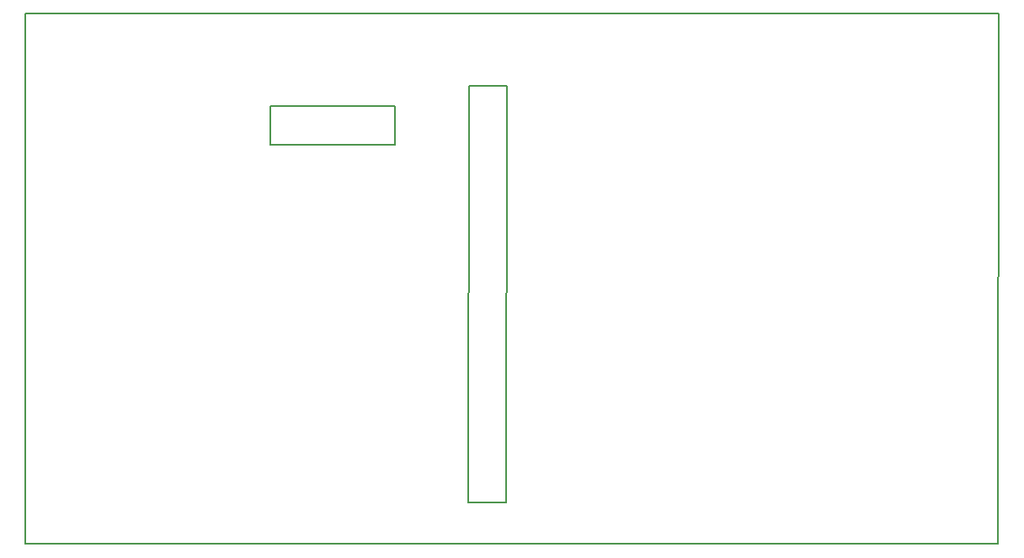
<source format=gbr>
G04 #@! TF.GenerationSoftware,KiCad,Pcbnew,(5.1.9-0-10_14)*
G04 #@! TF.CreationDate,2022-06-30T11:53:04+10:00*
G04 #@! TF.ProjectId,Hornet Forward Output Upper Shield,486f726e-6574-4204-966f-727761726420,rev?*
G04 #@! TF.SameCoordinates,Original*
G04 #@! TF.FileFunction,Profile,NP*
%FSLAX46Y46*%
G04 Gerber Fmt 4.6, Leading zero omitted, Abs format (unit mm)*
G04 Created by KiCad (PCBNEW (5.1.9-0-10_14)) date 2022-06-30 11:53:04*
%MOMM*%
%LPD*%
G01*
G04 APERTURE LIST*
G04 #@! TA.AperFunction,Profile*
%ADD10C,0.150000*%
G04 #@! TD*
G04 APERTURE END LIST*
D10*
X169418000Y-117500400D02*
X169468800Y-75590400D01*
X173228000Y-117500400D02*
X169418000Y-117500400D01*
X173278800Y-75590400D02*
X173228000Y-117500400D01*
X169468800Y-75590400D02*
X173278800Y-75590400D01*
X149479000Y-77597000D02*
X149606000Y-77597000D01*
X149479000Y-81534000D02*
X149479000Y-77597000D01*
X162052000Y-81534000D02*
X149479000Y-81534000D01*
X162052000Y-77597000D02*
X162052000Y-81534000D01*
X149606000Y-77597000D02*
X162052000Y-77597000D01*
X222631000Y-121666000D02*
X222758000Y-68326000D01*
X124841000Y-121666000D02*
X222631000Y-121666000D01*
X124841000Y-68326000D02*
X222758000Y-68326000D01*
X124841000Y-68326000D02*
X124841000Y-121666000D01*
M02*

</source>
